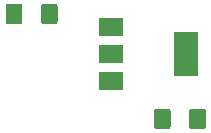
<source format=gtp>
G04 #@! TF.GenerationSoftware,KiCad,Pcbnew,5.1.0-060a0da~80~ubuntu18.10.1*
G04 #@! TF.CreationDate,2019-03-21T18:04:08+01:00*
G04 #@! TF.ProjectId,ULN2803A_shield,554c4e32-3830-4334-915f-736869656c64,rev?*
G04 #@! TF.SameCoordinates,Original*
G04 #@! TF.FileFunction,Paste,Top*
G04 #@! TF.FilePolarity,Positive*
%FSLAX46Y46*%
G04 Gerber Fmt 4.6, Leading zero omitted, Abs format (unit mm)*
G04 Created by KiCad (PCBNEW 5.1.0-060a0da~80~ubuntu18.10.1) date 2019-03-21 18:04:08*
%MOMM*%
%LPD*%
G04 APERTURE LIST*
%ADD10R,2.000000X3.800000*%
%ADD11R,2.000000X1.500000*%
%ADD12C,0.100000*%
%ADD13C,1.425000*%
G04 APERTURE END LIST*
D10*
X91960000Y-97020000D03*
D11*
X85660000Y-97020000D03*
X85660000Y-99320000D03*
X85660000Y-94720000D03*
D12*
G36*
X93427004Y-101626204D02*
G01*
X93451273Y-101629804D01*
X93475071Y-101635765D01*
X93498171Y-101644030D01*
X93520349Y-101654520D01*
X93541393Y-101667133D01*
X93561098Y-101681747D01*
X93579277Y-101698223D01*
X93595753Y-101716402D01*
X93610367Y-101736107D01*
X93622980Y-101757151D01*
X93633470Y-101779329D01*
X93641735Y-101802429D01*
X93647696Y-101826227D01*
X93651296Y-101850496D01*
X93652500Y-101875000D01*
X93652500Y-103125000D01*
X93651296Y-103149504D01*
X93647696Y-103173773D01*
X93641735Y-103197571D01*
X93633470Y-103220671D01*
X93622980Y-103242849D01*
X93610367Y-103263893D01*
X93595753Y-103283598D01*
X93579277Y-103301777D01*
X93561098Y-103318253D01*
X93541393Y-103332867D01*
X93520349Y-103345480D01*
X93498171Y-103355970D01*
X93475071Y-103364235D01*
X93451273Y-103370196D01*
X93427004Y-103373796D01*
X93402500Y-103375000D01*
X92477500Y-103375000D01*
X92452996Y-103373796D01*
X92428727Y-103370196D01*
X92404929Y-103364235D01*
X92381829Y-103355970D01*
X92359651Y-103345480D01*
X92338607Y-103332867D01*
X92318902Y-103318253D01*
X92300723Y-103301777D01*
X92284247Y-103283598D01*
X92269633Y-103263893D01*
X92257020Y-103242849D01*
X92246530Y-103220671D01*
X92238265Y-103197571D01*
X92232304Y-103173773D01*
X92228704Y-103149504D01*
X92227500Y-103125000D01*
X92227500Y-101875000D01*
X92228704Y-101850496D01*
X92232304Y-101826227D01*
X92238265Y-101802429D01*
X92246530Y-101779329D01*
X92257020Y-101757151D01*
X92269633Y-101736107D01*
X92284247Y-101716402D01*
X92300723Y-101698223D01*
X92318902Y-101681747D01*
X92338607Y-101667133D01*
X92359651Y-101654520D01*
X92381829Y-101644030D01*
X92404929Y-101635765D01*
X92428727Y-101629804D01*
X92452996Y-101626204D01*
X92477500Y-101625000D01*
X93402500Y-101625000D01*
X93427004Y-101626204D01*
X93427004Y-101626204D01*
G37*
D13*
X92940000Y-102500000D03*
D12*
G36*
X90452004Y-101626204D02*
G01*
X90476273Y-101629804D01*
X90500071Y-101635765D01*
X90523171Y-101644030D01*
X90545349Y-101654520D01*
X90566393Y-101667133D01*
X90586098Y-101681747D01*
X90604277Y-101698223D01*
X90620753Y-101716402D01*
X90635367Y-101736107D01*
X90647980Y-101757151D01*
X90658470Y-101779329D01*
X90666735Y-101802429D01*
X90672696Y-101826227D01*
X90676296Y-101850496D01*
X90677500Y-101875000D01*
X90677500Y-103125000D01*
X90676296Y-103149504D01*
X90672696Y-103173773D01*
X90666735Y-103197571D01*
X90658470Y-103220671D01*
X90647980Y-103242849D01*
X90635367Y-103263893D01*
X90620753Y-103283598D01*
X90604277Y-103301777D01*
X90586098Y-103318253D01*
X90566393Y-103332867D01*
X90545349Y-103345480D01*
X90523171Y-103355970D01*
X90500071Y-103364235D01*
X90476273Y-103370196D01*
X90452004Y-103373796D01*
X90427500Y-103375000D01*
X89502500Y-103375000D01*
X89477996Y-103373796D01*
X89453727Y-103370196D01*
X89429929Y-103364235D01*
X89406829Y-103355970D01*
X89384651Y-103345480D01*
X89363607Y-103332867D01*
X89343902Y-103318253D01*
X89325723Y-103301777D01*
X89309247Y-103283598D01*
X89294633Y-103263893D01*
X89282020Y-103242849D01*
X89271530Y-103220671D01*
X89263265Y-103197571D01*
X89257304Y-103173773D01*
X89253704Y-103149504D01*
X89252500Y-103125000D01*
X89252500Y-101875000D01*
X89253704Y-101850496D01*
X89257304Y-101826227D01*
X89263265Y-101802429D01*
X89271530Y-101779329D01*
X89282020Y-101757151D01*
X89294633Y-101736107D01*
X89309247Y-101716402D01*
X89325723Y-101698223D01*
X89343902Y-101681747D01*
X89363607Y-101667133D01*
X89384651Y-101654520D01*
X89406829Y-101644030D01*
X89429929Y-101635765D01*
X89453727Y-101629804D01*
X89477996Y-101626204D01*
X89502500Y-101625000D01*
X90427500Y-101625000D01*
X90452004Y-101626204D01*
X90452004Y-101626204D01*
G37*
D13*
X89965000Y-102500000D03*
D12*
G36*
X80884504Y-92736204D02*
G01*
X80908773Y-92739804D01*
X80932571Y-92745765D01*
X80955671Y-92754030D01*
X80977849Y-92764520D01*
X80998893Y-92777133D01*
X81018598Y-92791747D01*
X81036777Y-92808223D01*
X81053253Y-92826402D01*
X81067867Y-92846107D01*
X81080480Y-92867151D01*
X81090970Y-92889329D01*
X81099235Y-92912429D01*
X81105196Y-92936227D01*
X81108796Y-92960496D01*
X81110000Y-92985000D01*
X81110000Y-94235000D01*
X81108796Y-94259504D01*
X81105196Y-94283773D01*
X81099235Y-94307571D01*
X81090970Y-94330671D01*
X81080480Y-94352849D01*
X81067867Y-94373893D01*
X81053253Y-94393598D01*
X81036777Y-94411777D01*
X81018598Y-94428253D01*
X80998893Y-94442867D01*
X80977849Y-94455480D01*
X80955671Y-94465970D01*
X80932571Y-94474235D01*
X80908773Y-94480196D01*
X80884504Y-94483796D01*
X80860000Y-94485000D01*
X79935000Y-94485000D01*
X79910496Y-94483796D01*
X79886227Y-94480196D01*
X79862429Y-94474235D01*
X79839329Y-94465970D01*
X79817151Y-94455480D01*
X79796107Y-94442867D01*
X79776402Y-94428253D01*
X79758223Y-94411777D01*
X79741747Y-94393598D01*
X79727133Y-94373893D01*
X79714520Y-94352849D01*
X79704030Y-94330671D01*
X79695765Y-94307571D01*
X79689804Y-94283773D01*
X79686204Y-94259504D01*
X79685000Y-94235000D01*
X79685000Y-92985000D01*
X79686204Y-92960496D01*
X79689804Y-92936227D01*
X79695765Y-92912429D01*
X79704030Y-92889329D01*
X79714520Y-92867151D01*
X79727133Y-92846107D01*
X79741747Y-92826402D01*
X79758223Y-92808223D01*
X79776402Y-92791747D01*
X79796107Y-92777133D01*
X79817151Y-92764520D01*
X79839329Y-92754030D01*
X79862429Y-92745765D01*
X79886227Y-92739804D01*
X79910496Y-92736204D01*
X79935000Y-92735000D01*
X80860000Y-92735000D01*
X80884504Y-92736204D01*
X80884504Y-92736204D01*
G37*
D13*
X80397500Y-93610000D03*
D12*
G36*
X77909504Y-92736204D02*
G01*
X77933773Y-92739804D01*
X77957571Y-92745765D01*
X77980671Y-92754030D01*
X78002849Y-92764520D01*
X78023893Y-92777133D01*
X78043598Y-92791747D01*
X78061777Y-92808223D01*
X78078253Y-92826402D01*
X78092867Y-92846107D01*
X78105480Y-92867151D01*
X78115970Y-92889329D01*
X78124235Y-92912429D01*
X78130196Y-92936227D01*
X78133796Y-92960496D01*
X78135000Y-92985000D01*
X78135000Y-94235000D01*
X78133796Y-94259504D01*
X78130196Y-94283773D01*
X78124235Y-94307571D01*
X78115970Y-94330671D01*
X78105480Y-94352849D01*
X78092867Y-94373893D01*
X78078253Y-94393598D01*
X78061777Y-94411777D01*
X78043598Y-94428253D01*
X78023893Y-94442867D01*
X78002849Y-94455480D01*
X77980671Y-94465970D01*
X77957571Y-94474235D01*
X77933773Y-94480196D01*
X77909504Y-94483796D01*
X77885000Y-94485000D01*
X76960000Y-94485000D01*
X76935496Y-94483796D01*
X76911227Y-94480196D01*
X76887429Y-94474235D01*
X76864329Y-94465970D01*
X76842151Y-94455480D01*
X76821107Y-94442867D01*
X76801402Y-94428253D01*
X76783223Y-94411777D01*
X76766747Y-94393598D01*
X76752133Y-94373893D01*
X76739520Y-94352849D01*
X76729030Y-94330671D01*
X76720765Y-94307571D01*
X76714804Y-94283773D01*
X76711204Y-94259504D01*
X76710000Y-94235000D01*
X76710000Y-92985000D01*
X76711204Y-92960496D01*
X76714804Y-92936227D01*
X76720765Y-92912429D01*
X76729030Y-92889329D01*
X76739520Y-92867151D01*
X76752133Y-92846107D01*
X76766747Y-92826402D01*
X76783223Y-92808223D01*
X76801402Y-92791747D01*
X76821107Y-92777133D01*
X76842151Y-92764520D01*
X76864329Y-92754030D01*
X76887429Y-92745765D01*
X76911227Y-92739804D01*
X76935496Y-92736204D01*
X76960000Y-92735000D01*
X77885000Y-92735000D01*
X77909504Y-92736204D01*
X77909504Y-92736204D01*
G37*
D13*
X77422500Y-93610000D03*
M02*

</source>
